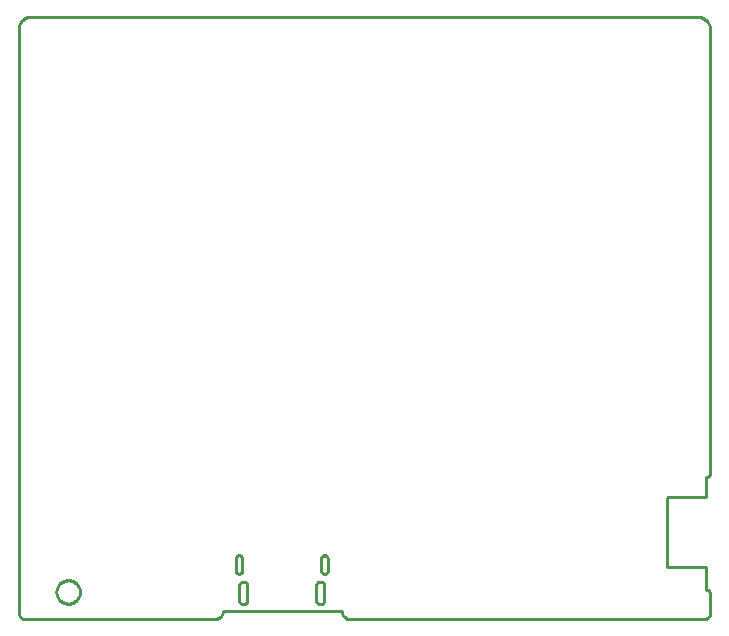
<source format=gbr>
G04 EAGLE Gerber RS-274X export*
G75*
%MOMM*%
%FSLAX34Y34*%
%LPD*%
%IN*%
%IPPOS*%
%AMOC8*
5,1,8,0,0,1.08239X$1,22.5*%
G01*
%ADD10C,0.254000*%


D10*
X-605282Y12700D02*
X-605327Y12210D01*
X-605329Y11718D01*
X-605289Y11228D01*
X-605206Y10743D01*
X-605080Y10267D01*
X-604914Y9804D01*
X-604709Y9357D01*
X-604464Y8930D01*
X-604184Y8526D01*
X-603870Y8147D01*
X-603523Y7798D01*
X-603148Y7480D01*
X-602746Y7196D01*
X-602321Y6948D01*
X-601876Y6738D01*
X-601415Y6567D01*
X-600940Y6438D01*
X-600456Y6350D01*
X-439674Y6350D01*
X-439044Y6389D01*
X-438419Y6482D01*
X-437805Y6630D01*
X-437206Y6830D01*
X-436627Y7082D01*
X-436072Y7383D01*
X-435545Y7732D01*
X-435051Y8125D01*
X-434592Y8560D01*
X-434174Y9033D01*
X-433798Y9541D01*
X-433468Y10080D01*
X-433187Y10645D01*
X-432955Y11232D01*
X-432776Y11838D01*
X-432650Y12457D01*
X-432578Y13085D01*
X-432562Y13716D01*
X-332232Y13716D01*
X-332169Y13042D01*
X-332048Y12377D01*
X-331869Y11724D01*
X-331635Y11089D01*
X-331345Y10478D01*
X-331004Y9894D01*
X-330612Y9341D01*
X-330175Y8825D01*
X-329694Y8350D01*
X-329173Y7918D01*
X-328616Y7533D01*
X-328029Y7197D01*
X-327414Y6915D01*
X-326777Y6687D01*
X-326122Y6515D01*
X-325455Y6402D01*
X-324781Y6346D01*
X-324104Y6350D01*
X-26416Y6350D01*
X-25872Y6340D01*
X-25330Y6378D01*
X-24792Y6463D01*
X-24265Y6595D01*
X-23750Y6772D01*
X-23253Y6993D01*
X-22778Y7257D01*
X-22327Y7561D01*
X-21904Y7903D01*
X-21513Y8281D01*
X-21156Y8692D01*
X-20836Y9132D01*
X-20556Y9598D01*
X-20318Y10087D01*
X-20123Y10594D01*
X-19973Y11117D01*
X-19869Y11651D01*
X-19812Y12192D01*
X-19812Y28304D01*
X-19899Y28644D01*
X-20015Y28975D01*
X-20160Y29294D01*
X-20332Y29600D01*
X-20530Y29889D01*
X-20752Y30161D01*
X-20997Y30411D01*
X-21263Y30640D01*
X-21548Y30844D01*
X-21850Y31023D01*
X-22166Y31175D01*
X-22494Y31298D01*
X-22832Y31393D01*
X-23176Y31458D01*
X-23525Y31492D01*
X-23876Y31496D01*
X-23876Y50800D01*
X-56388Y50800D01*
X-56388Y108966D01*
X-56134Y109982D01*
X-23876Y109982D01*
X-23876Y126492D01*
X-23511Y126519D01*
X-23150Y126578D01*
X-22796Y126668D01*
X-22450Y126788D01*
X-22117Y126938D01*
X-21798Y127117D01*
X-21495Y127323D01*
X-21212Y127554D01*
X-20950Y127809D01*
X-20711Y128086D01*
X-20497Y128383D01*
X-20310Y128698D01*
X-20151Y129027D01*
X-20021Y129369D01*
X-19922Y129721D01*
X-19854Y130080D01*
X-19817Y130444D01*
X-19812Y130810D01*
X-19812Y504446D01*
X-19801Y505456D01*
X-19878Y506463D01*
X-20042Y507459D01*
X-20292Y508437D01*
X-20627Y509390D01*
X-21043Y510310D01*
X-21539Y511190D01*
X-22109Y512024D01*
X-22749Y512804D01*
X-23455Y513526D01*
X-24221Y514184D01*
X-25042Y514773D01*
X-25911Y515287D01*
X-26821Y515724D01*
X-27766Y516080D01*
X-28739Y516352D01*
X-29731Y516539D01*
X-30736Y516638D01*
X-30988Y516636D01*
X-595630Y516382D01*
X-596471Y516345D01*
X-597306Y516235D01*
X-598128Y516053D01*
X-598931Y515800D01*
X-599709Y515478D01*
X-600456Y515089D01*
X-601166Y514636D01*
X-601834Y514124D01*
X-602455Y513555D01*
X-603024Y512934D01*
X-603536Y512266D01*
X-603989Y511556D01*
X-604378Y510809D01*
X-604700Y510031D01*
X-604953Y509228D01*
X-605135Y508406D01*
X-605245Y507571D01*
X-605282Y506730D01*
X-605282Y12700D01*
X-349428Y47702D02*
X-349417Y47458D01*
X-349385Y47216D01*
X-349333Y46977D01*
X-349259Y46744D01*
X-349166Y46519D01*
X-349053Y46302D01*
X-348922Y46096D01*
X-348773Y45902D01*
X-348608Y45722D01*
X-348428Y45557D01*
X-348234Y45408D01*
X-348028Y45277D01*
X-347811Y45164D01*
X-347586Y45071D01*
X-347353Y44997D01*
X-347114Y44945D01*
X-346872Y44913D01*
X-346628Y44902D01*
X-346384Y44913D01*
X-346142Y44945D01*
X-345903Y44997D01*
X-345670Y45071D01*
X-345445Y45164D01*
X-345228Y45277D01*
X-345022Y45408D01*
X-344828Y45557D01*
X-344648Y45722D01*
X-344483Y45902D01*
X-344334Y46096D01*
X-344203Y46302D01*
X-344090Y46519D01*
X-343997Y46744D01*
X-343923Y46977D01*
X-343871Y47216D01*
X-343839Y47458D01*
X-343828Y47702D01*
X-343828Y57702D01*
X-343839Y57946D01*
X-343871Y58188D01*
X-343923Y58427D01*
X-343997Y58660D01*
X-344090Y58885D01*
X-344203Y59102D01*
X-344334Y59308D01*
X-344483Y59502D01*
X-344648Y59682D01*
X-344828Y59847D01*
X-345022Y59996D01*
X-345228Y60127D01*
X-345445Y60240D01*
X-345670Y60333D01*
X-345903Y60407D01*
X-346142Y60459D01*
X-346384Y60491D01*
X-346628Y60502D01*
X-346872Y60491D01*
X-347114Y60459D01*
X-347353Y60407D01*
X-347586Y60333D01*
X-347811Y60240D01*
X-348028Y60127D01*
X-348234Y59996D01*
X-348428Y59847D01*
X-348608Y59682D01*
X-348773Y59502D01*
X-348922Y59308D01*
X-349053Y59102D01*
X-349166Y58885D01*
X-349259Y58660D01*
X-349333Y58427D01*
X-349385Y58188D01*
X-349417Y57946D01*
X-349428Y57702D01*
X-349428Y47702D01*
X-421728Y47702D02*
X-421717Y47458D01*
X-421685Y47216D01*
X-421633Y46977D01*
X-421559Y46744D01*
X-421466Y46519D01*
X-421353Y46302D01*
X-421222Y46096D01*
X-421073Y45902D01*
X-420908Y45722D01*
X-420728Y45557D01*
X-420534Y45408D01*
X-420328Y45277D01*
X-420111Y45164D01*
X-419886Y45071D01*
X-419653Y44997D01*
X-419414Y44945D01*
X-419172Y44913D01*
X-418928Y44902D01*
X-418684Y44913D01*
X-418442Y44945D01*
X-418203Y44997D01*
X-417970Y45071D01*
X-417745Y45164D01*
X-417528Y45277D01*
X-417322Y45408D01*
X-417128Y45557D01*
X-416948Y45722D01*
X-416783Y45902D01*
X-416634Y46096D01*
X-416503Y46302D01*
X-416390Y46519D01*
X-416297Y46744D01*
X-416223Y46977D01*
X-416171Y47216D01*
X-416139Y47458D01*
X-416128Y47702D01*
X-416128Y57702D01*
X-416139Y57946D01*
X-416171Y58188D01*
X-416223Y58427D01*
X-416297Y58660D01*
X-416390Y58885D01*
X-416503Y59102D01*
X-416634Y59308D01*
X-416783Y59502D01*
X-416948Y59682D01*
X-417128Y59847D01*
X-417322Y59996D01*
X-417528Y60127D01*
X-417745Y60240D01*
X-417970Y60333D01*
X-418203Y60407D01*
X-418442Y60459D01*
X-418684Y60491D01*
X-418928Y60502D01*
X-419172Y60491D01*
X-419414Y60459D01*
X-419653Y60407D01*
X-419886Y60333D01*
X-420111Y60240D01*
X-420328Y60127D01*
X-420534Y59996D01*
X-420728Y59847D01*
X-420908Y59682D01*
X-421073Y59502D01*
X-421222Y59308D01*
X-421353Y59102D01*
X-421466Y58885D01*
X-421559Y58660D01*
X-421633Y58427D01*
X-421685Y58188D01*
X-421717Y57946D01*
X-421728Y57702D01*
X-421728Y47702D01*
X-353778Y22702D02*
X-353769Y22392D01*
X-353733Y22085D01*
X-353670Y21782D01*
X-353581Y21485D01*
X-353467Y21197D01*
X-353327Y20920D01*
X-353165Y20657D01*
X-352980Y20408D01*
X-352774Y20177D01*
X-352548Y19965D01*
X-352305Y19773D01*
X-352046Y19603D01*
X-351774Y19456D01*
X-351489Y19333D01*
X-351195Y19236D01*
X-350894Y19165D01*
X-350587Y19120D01*
X-350278Y19102D01*
X-349964Y19116D01*
X-349653Y19157D01*
X-349346Y19225D01*
X-349047Y19319D01*
X-348757Y19439D01*
X-348478Y19584D01*
X-348213Y19753D01*
X-347964Y19944D01*
X-347732Y20156D01*
X-347520Y20388D01*
X-347329Y20637D01*
X-347160Y20902D01*
X-347015Y21181D01*
X-346895Y21471D01*
X-346801Y21770D01*
X-346733Y22077D01*
X-346692Y22388D01*
X-346678Y22702D01*
X-346678Y34702D01*
X-346692Y35016D01*
X-346733Y35327D01*
X-346801Y35634D01*
X-346895Y35933D01*
X-347015Y36223D01*
X-347160Y36502D01*
X-347329Y36767D01*
X-347520Y37016D01*
X-347732Y37248D01*
X-347964Y37460D01*
X-348213Y37651D01*
X-348478Y37820D01*
X-348757Y37965D01*
X-349047Y38085D01*
X-349346Y38179D01*
X-349653Y38247D01*
X-349964Y38288D01*
X-350278Y38302D01*
X-350587Y38284D01*
X-350894Y38239D01*
X-351195Y38168D01*
X-351489Y38071D01*
X-351774Y37948D01*
X-352046Y37801D01*
X-352305Y37631D01*
X-352548Y37439D01*
X-352774Y37227D01*
X-352980Y36996D01*
X-353165Y36747D01*
X-353327Y36484D01*
X-353467Y36207D01*
X-353581Y35919D01*
X-353670Y35623D01*
X-353733Y35319D01*
X-353769Y35012D01*
X-353778Y34702D01*
X-353778Y22702D01*
X-418878Y22702D02*
X-418864Y22388D01*
X-418823Y22077D01*
X-418755Y21770D01*
X-418661Y21471D01*
X-418541Y21181D01*
X-418396Y20902D01*
X-418227Y20637D01*
X-418036Y20388D01*
X-417824Y20156D01*
X-417592Y19944D01*
X-417343Y19753D01*
X-417078Y19584D01*
X-416799Y19439D01*
X-416509Y19319D01*
X-416210Y19225D01*
X-415903Y19157D01*
X-415592Y19116D01*
X-415278Y19102D01*
X-414969Y19120D01*
X-414662Y19165D01*
X-414361Y19236D01*
X-414067Y19333D01*
X-413782Y19456D01*
X-413510Y19603D01*
X-413251Y19773D01*
X-413008Y19965D01*
X-412782Y20177D01*
X-412576Y20408D01*
X-412391Y20657D01*
X-412229Y20920D01*
X-412089Y21197D01*
X-411975Y21485D01*
X-411886Y21782D01*
X-411823Y22085D01*
X-411787Y22392D01*
X-411778Y22702D01*
X-411778Y34702D01*
X-411787Y35012D01*
X-411823Y35319D01*
X-411886Y35623D01*
X-411975Y35919D01*
X-412089Y36207D01*
X-412229Y36484D01*
X-412391Y36747D01*
X-412576Y36996D01*
X-412782Y37227D01*
X-413008Y37439D01*
X-413251Y37631D01*
X-413510Y37801D01*
X-413782Y37948D01*
X-414067Y38071D01*
X-414361Y38168D01*
X-414662Y38239D01*
X-414969Y38284D01*
X-415278Y38302D01*
X-415592Y38288D01*
X-415903Y38247D01*
X-416210Y38179D01*
X-416509Y38085D01*
X-416799Y37965D01*
X-417078Y37820D01*
X-417343Y37651D01*
X-417592Y37460D01*
X-417824Y37248D01*
X-418036Y37016D01*
X-418227Y36767D01*
X-418396Y36502D01*
X-418541Y36223D01*
X-418661Y35933D01*
X-418755Y35634D01*
X-418823Y35327D01*
X-418864Y35016D01*
X-418878Y34702D01*
X-418878Y22702D01*
X-553726Y29922D02*
X-553801Y30783D01*
X-553951Y31635D01*
X-554175Y32470D01*
X-554471Y33282D01*
X-554836Y34066D01*
X-555268Y34814D01*
X-555764Y35522D01*
X-556320Y36185D01*
X-556931Y36796D01*
X-557594Y37352D01*
X-558302Y37848D01*
X-559050Y38280D01*
X-559834Y38645D01*
X-560646Y38941D01*
X-561481Y39165D01*
X-562333Y39315D01*
X-563194Y39390D01*
X-564058Y39390D01*
X-564919Y39315D01*
X-565771Y39165D01*
X-566606Y38941D01*
X-567418Y38645D01*
X-568202Y38280D01*
X-568950Y37848D01*
X-569658Y37352D01*
X-570321Y36796D01*
X-570932Y36185D01*
X-571488Y35522D01*
X-571984Y34814D01*
X-572416Y34066D01*
X-572781Y33282D01*
X-573077Y32470D01*
X-573301Y31635D01*
X-573451Y30783D01*
X-573526Y29922D01*
X-573526Y29058D01*
X-573451Y28197D01*
X-573301Y27345D01*
X-573077Y26510D01*
X-572781Y25698D01*
X-572416Y24914D01*
X-571984Y24166D01*
X-571488Y23458D01*
X-570932Y22795D01*
X-570321Y22184D01*
X-569658Y21628D01*
X-568950Y21132D01*
X-568202Y20700D01*
X-567418Y20335D01*
X-566606Y20039D01*
X-565771Y19815D01*
X-564919Y19665D01*
X-564058Y19590D01*
X-563194Y19590D01*
X-562333Y19665D01*
X-561481Y19815D01*
X-560646Y20039D01*
X-559834Y20335D01*
X-559050Y20700D01*
X-558302Y21132D01*
X-557594Y21628D01*
X-556931Y22184D01*
X-556320Y22795D01*
X-555764Y23458D01*
X-555268Y24166D01*
X-554836Y24914D01*
X-554471Y25698D01*
X-554175Y26510D01*
X-553951Y27345D01*
X-553801Y28197D01*
X-553726Y29058D01*
X-553726Y29922D01*
M02*

</source>
